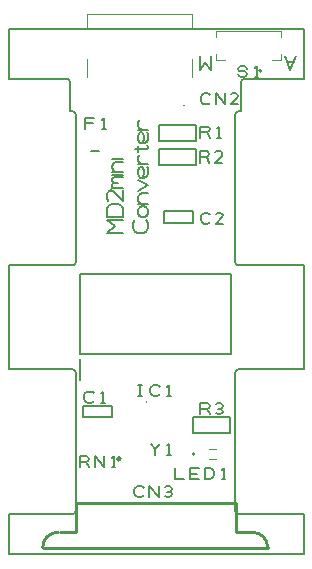
<source format=gbr>
G04 DesignSpark PCB PRO Gerber Version 10.0 Build 5299*
G04 #@! TF.Part,Single*
G04 #@! TF.FileFunction,Legend,Top*
G04 #@! TF.FilePolarity,Positive*
%FSLAX35Y35*%
%MOIN*%
%ADD81C,0.00394*%
%ADD13C,0.00500*%
%ADD102C,0.00618*%
%ADD10C,0.00787*%
%ADD103C,0.00984*%
%ADD83C,0.01000*%
G04 #@! TD.AperFunction*
X0Y0D02*
D02*
D10*
X5174Y15510D02*
Y28961D01*
X26530D01*
G75*
G03*
X27529Y29959I0J998D01*
G01*
Y76136D01*
G75*
G03*
X26530Y77135I-998J0D01*
G01*
X5174D01*
Y111829D01*
X26530D01*
G75*
G03*
X27529Y112828I0J998D01*
G01*
Y162126D01*
G75*
G03*
X26530Y163124I-998J0D01*
G01*
X25532D01*
Y173091D01*
G75*
G03*
X24533Y174090I-998J0D01*
G01*
X5174D01*
Y190706D01*
X103598D01*
Y174089D01*
X83690D01*
G75*
G03*
X82691Y173090I0J-999D01*
G01*
Y163124D01*
X81693D01*
G75*
G03*
X80695Y162126I0J-998D01*
G01*
Y112828D01*
G75*
G03*
X81693Y111830I998J0D01*
G01*
X103600D01*
Y77136D01*
X81693D01*
G75*
G03*
X80695Y76138I0J-998D01*
G01*
Y29959D01*
G75*
G03*
X81693Y28961I998J0D01*
G01*
X103600D01*
Y15510D01*
X5174D01*
X29025Y82124D02*
Y108896D01*
X79419D01*
Y82124D01*
X29025D01*
X29065Y73463D02*
Y80746D01*
X35298Y149770D02*
X32739D01*
X66768Y48564D02*
Y49351D02*
G75*
G02*
Y48564I0J-394D01*
G01*
Y49351D02*
G75*
G03*
Y48564I0J-394D01*
G01*
X88596Y176654D02*
G75*
G03*
X89384I394J0D01*
G01*
X88596D02*
G75*
G02*
X89384I394J0D01*
G01*
D02*
D13*
X28902Y44530D02*
Y48280D01*
X31089D01*
X31714Y47967D01*
X32027Y47342D01*
X31714Y46717D01*
X31089Y46405D01*
X28902D01*
X31089D02*
X32027Y44530D01*
X33902D02*
Y48280D01*
X37027Y44530D01*
Y48280D01*
X39527Y44530D02*
X40777D01*
X40152D02*
Y48280D01*
X39527Y47655D01*
X29953Y61285D02*
Y65085D01*
X39553D01*
Y61285D01*
X29953D01*
X33510Y66620D02*
X33197Y66307D01*
X32572Y65994D01*
X31635D01*
X31010Y66307D01*
X30697Y66620D01*
X30385Y67244D01*
Y68494D01*
X30697Y69120D01*
X31010Y69432D01*
X31635Y69744D01*
X32572D01*
X33197Y69432D01*
X33510Y69120D01*
X36010Y65994D02*
X37260D01*
X36635D02*
Y69744D01*
X36010Y69120D01*
X30634Y157227D02*
Y160977D01*
X33759D01*
X33134Y159102D02*
X30634D01*
X36259Y157227D02*
X37509D01*
X36884D02*
Y160977D01*
X36259Y160352D01*
X50248Y35170D02*
X49935Y34858D01*
X49310Y34545D01*
X48373D01*
X47748Y34858D01*
X47435Y35170D01*
X47123Y35795D01*
Y37045D01*
X47435Y37670D01*
X47748Y37983D01*
X48373Y38295D01*
X49310D01*
X49935Y37983D01*
X50248Y37670D01*
X52123Y34545D02*
Y38295D01*
X55248Y34545D01*
Y38295D01*
X57435Y34858D02*
X58060Y34545D01*
X58685D01*
X59310Y34858D01*
X59623Y35483D01*
X59310Y36108D01*
X58685Y36420D01*
X58060D01*
X58685D02*
X59310Y36733D01*
X59623Y37358D01*
X59310Y37983D01*
X58685Y38295D01*
X58060D01*
X57435Y37983D01*
X48295Y68241D02*
X49545D01*
X48920D02*
Y71991D01*
X48295D02*
X49545D01*
X55483Y68866D02*
X55170Y68554D01*
X54545Y68241D01*
X53608D01*
X52983Y68554D01*
X52670Y68866D01*
X52358Y69491D01*
Y70741D01*
X52670Y71366D01*
X52983Y71679D01*
X53608Y71991D01*
X54545D01*
X55170Y71679D01*
X55483Y71366D01*
X57983Y68241D02*
X59233D01*
X58608D02*
Y71991D01*
X57983Y71366D01*
X54037Y48647D02*
Y50522D01*
X52475Y52397D01*
X54037Y50522D02*
X55600Y52397D01*
X58100Y48647D02*
X59350D01*
X58725D02*
Y52397D01*
X58100Y51772D01*
X60587Y44285D02*
Y40535D01*
X63712D01*
X65587D02*
Y44285D01*
X68712D01*
X68087Y42410D02*
X65587D01*
Y40535D02*
X68712D01*
X70587D02*
Y44285D01*
X72462D01*
X73087Y43972D01*
X73400Y43660D01*
X73712Y43035D01*
Y41785D01*
X73400Y41160D01*
X73087Y40847D01*
X72462Y40535D01*
X70587D01*
X76212D02*
X77462D01*
X76837D02*
Y44285D01*
X76212Y43660D01*
X66635Y129858D02*
Y126058D01*
X57035D01*
Y129858D01*
X66635D01*
X67625Y158660D02*
Y153360D01*
X55325D01*
Y158660D01*
X67625D01*
X67750Y150673D02*
Y145373D01*
X55450D01*
Y150673D01*
X67750D01*
X68963Y146090D02*
Y149840D01*
X71151D01*
X71776Y149528D01*
X72089Y148902D01*
X71776Y148278D01*
X71151Y147965D01*
X68963D01*
X71151D02*
X72089Y146090D01*
X76463D02*
X73963D01*
X76151Y148278D01*
X76463Y148902D01*
X76151Y149528D01*
X75526Y149840D01*
X74589D01*
X73963Y149528D01*
X69074Y62126D02*
Y65876D01*
X71261D01*
X71886Y65563D01*
X72199Y64938D01*
X71886Y64313D01*
X71261Y64001D01*
X69074D01*
X71261D02*
X72199Y62126D01*
X74386Y62438D02*
X75011Y62126D01*
X75636D01*
X76261Y62438D01*
X76574Y63063D01*
X76261Y63688D01*
X75636Y64001D01*
X75011D01*
X75636D02*
X76261Y64313D01*
X76574Y64938D01*
X76261Y65563D01*
X75636Y65876D01*
X75011D01*
X74386Y65563D01*
X69088Y154327D02*
Y158077D01*
X71276D01*
X71901Y157765D01*
X72213Y157139D01*
X71901Y156515D01*
X71276Y156202D01*
X69088D01*
X71276D02*
X72213Y154327D01*
X74713D02*
X75963D01*
X75338D02*
Y158077D01*
X74713Y157452D01*
X72324Y126276D02*
X72011Y125963D01*
X71386Y125650D01*
X70448D01*
X69824Y125963D01*
X69511Y126276D01*
X69198Y126900D01*
Y128150D01*
X69511Y128776D01*
X69824Y129088D01*
X70448Y129400D01*
X71386D01*
X72011Y129088D01*
X72324Y128776D01*
X76698Y125650D02*
X74198D01*
X76386Y127838D01*
X76698Y128463D01*
X76386Y129088D01*
X75761Y129400D01*
X74824D01*
X74198Y129088D01*
X72338Y166059D02*
X72026Y165747D01*
X71400Y165434D01*
X70463D01*
X69838Y165747D01*
X69526Y166059D01*
X69213Y166684D01*
Y167934D01*
X69526Y168559D01*
X69838Y168872D01*
X70463Y169184D01*
X71400D01*
X72026Y168872D01*
X72338Y168559D01*
X74213Y165434D02*
Y169184D01*
X77338Y165434D01*
Y169184D01*
X81713Y165434D02*
X79213D01*
X81400Y167622D01*
X81713Y168247D01*
X81400Y168872D01*
X80776Y169184D01*
X79838D01*
X79213Y168872D01*
X78968Y61342D02*
Y56042D01*
X66668D01*
Y61342D01*
X78968D01*
X81569Y175512D02*
X81881Y174887D01*
X82506Y174574D01*
X83756D01*
X84381Y174887D01*
X84694Y175512D01*
X84381Y176137D01*
X83756Y176450D01*
X82506D01*
X81881Y176762D01*
X81569Y177387D01*
X81881Y178012D01*
X82506Y178324D01*
X83756D01*
X84381Y178012D01*
X84694Y177387D01*
X87194Y174574D02*
X88444D01*
X87819D02*
Y178324D01*
X87194Y177700D01*
D02*
D81*
X31261Y174699D02*
Y180671D01*
X51245Y66076D02*
Y66470D02*
G75*
G02*
Y66076I0J-197D01*
G01*
Y66470D02*
G75*
G03*
Y66076I0J-197D01*
G01*
X63587Y165057D02*
G75*
G02*
X63981I197J0D01*
G01*
X63587D02*
G75*
G03*
X63981I197J0D01*
G01*
X66345Y190810D02*
Y195662D01*
X31199D01*
Y190686D01*
X66407Y174513D02*
Y180484D01*
X71886Y47383D02*
X74248D01*
X71886Y50532D02*
X74248D01*
X74226Y188072D02*
Y190040D01*
X95880D01*
Y188072D01*
X77179Y180198D02*
X74226D01*
Y182166D01*
X92927Y180198D02*
X95880D01*
Y182166D01*
D02*
D83*
X27785Y32750D02*
Y22822D01*
X22162D01*
X27785Y32750D02*
X80893D01*
Y22822D01*
X86517D01*
G75*
G02*
X91517Y17822I0J-5000D01*
G01*
Y17750D01*
X16539D01*
Y17823D01*
G75*
G02*
X21539Y22823I5000J0D01*
G01*
D02*
D102*
X43283Y122591D02*
X37969D01*
X40626Y124806D01*
X37969Y127020D01*
X43283D01*
Y127906D02*
X37969D01*
Y130564D01*
X38411Y131450D01*
X38854Y131893D01*
X39740Y132335D01*
X41512D01*
X42398Y131893D01*
X42841Y131450D01*
X43283Y130564D01*
Y127906D01*
Y136765D02*
Y133221D01*
X40183Y136322D01*
X39297Y136765D01*
X38411Y136322D01*
X37969Y135436D01*
Y134107D01*
X38411Y133221D01*
X43283Y137615D02*
X39740D01*
X40183D02*
X39740Y138058D01*
Y138944D01*
X40183Y139387D01*
X41512D01*
X40183D02*
X39740Y139830D01*
Y140715D01*
X40183Y141158D01*
X43283D01*
Y142009D02*
X39740D01*
X38411D02*
X43283Y142859D02*
X39740D01*
X41069D02*
X40183Y143302D01*
X39740Y144188D01*
Y145074D01*
X40183Y145959D01*
X41069Y146402D01*
X43283D01*
Y147253D02*
X39740D01*
X38411D02*
X50902Y127020D02*
X51344Y126578D01*
X51787Y125692D01*
Y124363D01*
X51344Y123477D01*
X50902Y123034D01*
X50016Y122591D01*
X48244D01*
X47358Y123034D01*
X46915Y123477D01*
X46472Y124363D01*
Y125692D01*
X46915Y126578D01*
X47358Y127020D01*
X50459Y127906D02*
X51344Y128349D01*
X51787Y129235D01*
Y130121D01*
X51344Y131007D01*
X50459Y131450D01*
X49573D01*
X48687Y131007D01*
X48244Y130121D01*
Y129235D01*
X48687Y128349D01*
X49573Y127906D01*
X50459D01*
X51787Y132300D02*
X48244D01*
X49573D02*
X48687Y132743D01*
X48244Y133629D01*
Y134515D01*
X48687Y135400D01*
X49573Y135843D01*
X51787D01*
X48244Y136694D02*
X51787Y138465D01*
X48244Y140237D01*
X51344Y144631D02*
X51787Y144188D01*
Y143302D01*
Y142416D01*
X51344Y141530D01*
X50459Y141087D01*
X49130D01*
X48687Y141530D01*
X48244Y142416D01*
Y143302D01*
X48687Y144188D01*
X49130Y144631D01*
X49573D01*
X50016Y144188D01*
X50459Y143302D01*
Y142416D01*
X50016Y141530D01*
X49573Y141087D01*
X51787Y145481D02*
X48244D01*
X49573D02*
X48687Y145924D01*
X48244Y146810D01*
Y147696D01*
X48687Y148581D01*
X48244Y149450D02*
Y151517D01*
X47358Y150483D02*
X51344D01*
X51787Y150926D01*
Y151369D01*
X51344Y151812D01*
Y156182D02*
X51787Y155739D01*
Y154853D01*
Y153967D01*
X51344Y153081D01*
X50459Y152639D01*
X49130D01*
X48687Y153081D01*
X48244Y153967D01*
Y154853D01*
X48687Y155739D01*
X49130Y156182D01*
X49573D01*
X50016Y155739D01*
X50459Y154853D01*
Y153967D01*
X50016Y153081D01*
X49573Y152639D01*
X51787Y157032D02*
X48244D01*
X49573D02*
X48687Y157475D01*
X48244Y158361D01*
Y159247D01*
X48687Y160133D01*
X100913Y181486D02*
X99067Y177057D01*
X97222Y181486D01*
X100175Y179641D02*
X97960D01*
X72567Y181486D02*
Y177057D01*
X70721Y179271D01*
X68876Y177057D01*
Y181486D01*
D02*
D103*
X41392Y47306D02*
G75*
G02*
X42376I492J0D01*
G01*
X41392D02*
G75*
G02*
X42376I492J0D01*
G01*
G75*
G02*
X41392I-492J0D01*
G01*
X0Y0D02*
M02*

</source>
